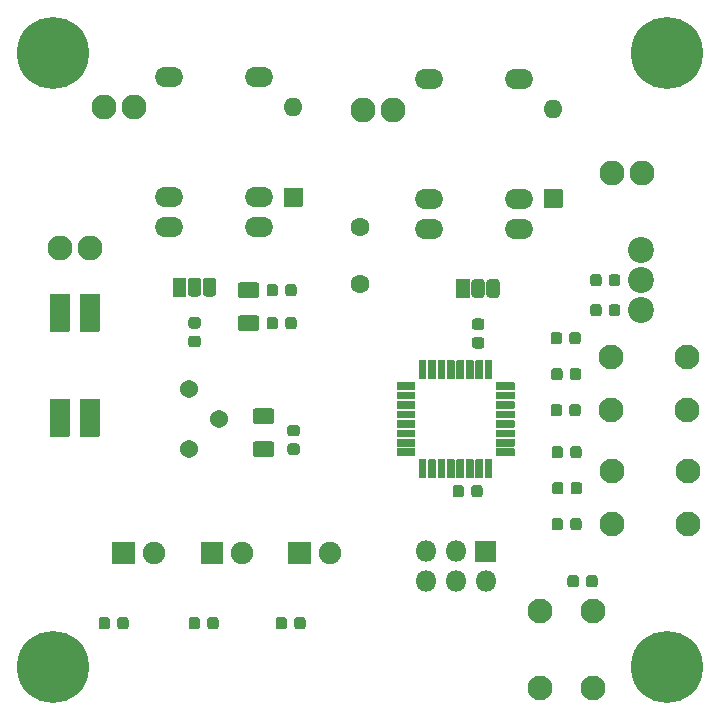
<source format=gbr>
%TF.GenerationSoftware,KiCad,Pcbnew,5.1.9-73d0e3b20d~88~ubuntu20.04.1*%
%TF.CreationDate,2021-03-10T21:47:20+01:00*%
%TF.ProjectId,arduBell,61726475-4265-46c6-9c2e-6b696361645f,rev?*%
%TF.SameCoordinates,Original*%
%TF.FileFunction,Soldermask,Top*%
%TF.FilePolarity,Negative*%
%FSLAX46Y46*%
G04 Gerber Fmt 4.6, Leading zero omitted, Abs format (unit mm)*
G04 Created by KiCad (PCBNEW 5.1.9-73d0e3b20d~88~ubuntu20.04.1) date 2021-03-10 21:47:20*
%MOMM*%
%LPD*%
G01*
G04 APERTURE LIST*
%ADD10C,0.900000*%
%ADD11C,6.100000*%
%ADD12O,1.800000X1.800000*%
%ADD13O,2.400000X1.700000*%
%ADD14C,1.900000*%
%ADD15C,2.120000*%
%ADD16C,1.540000*%
%ADD17C,1.600000*%
%ADD18C,2.100000*%
%ADD19O,1.600000X1.600000*%
%ADD20C,2.200000*%
G04 APERTURE END LIST*
D10*
%TO.C, *%
X124424990Y-68395010D03*
X122834000Y-67736000D03*
X121243010Y-68395010D03*
X120584000Y-69986000D03*
X121243010Y-71576990D03*
X122834000Y-72236000D03*
X124424990Y-71576990D03*
X125084000Y-69986000D03*
D11*
X122834000Y-69986000D03*
%TD*%
%TO.C, *%
X122834000Y-17986000D03*
D10*
X125084000Y-17986000D03*
X124424990Y-19576990D03*
X122834000Y-20236000D03*
X121243010Y-19576990D03*
X120584000Y-17986000D03*
X121243010Y-16395010D03*
X122834000Y-15736000D03*
X124424990Y-16395010D03*
%TD*%
D11*
%TO.C, *%
X70834000Y-17986000D03*
D10*
X73084000Y-17986000D03*
X72424990Y-19576990D03*
X70834000Y-20236000D03*
X69243010Y-19576990D03*
X68584000Y-17986000D03*
X69243010Y-16395010D03*
X70834000Y-15736000D03*
X72424990Y-16395010D03*
%TD*%
%TO.C, *%
X72424990Y-68395010D03*
X70834000Y-67736000D03*
X69243010Y-68395010D03*
X68584000Y-69986000D03*
X69243010Y-71576990D03*
X70834000Y-72236000D03*
X72424990Y-71576990D03*
X73084000Y-69986000D03*
D11*
X70834000Y-69986000D03*
%TD*%
%TO.C,Q1*%
G36*
G01*
X104964000Y-38707001D02*
X104964000Y-37207001D01*
G75*
G02*
X105014000Y-37157001I50000J0D01*
G01*
X106064000Y-37157001D01*
G75*
G02*
X106114000Y-37207001I0J-50000D01*
G01*
X106114000Y-38707001D01*
G75*
G02*
X106064000Y-38757001I-50000J0D01*
G01*
X105014000Y-38757001D01*
G75*
G02*
X104964000Y-38707001I0J50000D01*
G01*
G37*
G36*
G01*
X107504000Y-38469501D02*
X107504000Y-37444501D01*
G75*
G02*
X107791500Y-37157001I287500J0D01*
G01*
X108366500Y-37157001D01*
G75*
G02*
X108654000Y-37444501I0J-287500D01*
G01*
X108654000Y-38469501D01*
G75*
G02*
X108366500Y-38757001I-287500J0D01*
G01*
X107791500Y-38757001D01*
G75*
G02*
X107504000Y-38469501I0J287500D01*
G01*
G37*
G36*
G01*
X106234000Y-38469501D02*
X106234000Y-37444501D01*
G75*
G02*
X106521500Y-37157001I287500J0D01*
G01*
X107096500Y-37157001D01*
G75*
G02*
X107384000Y-37444501I0J-287500D01*
G01*
X107384000Y-38469501D01*
G75*
G02*
X107096500Y-38757001I-287500J0D01*
G01*
X106521500Y-38757001D01*
G75*
G02*
X106234000Y-38469501I0J287500D01*
G01*
G37*
%TD*%
%TO.C,R2*%
G36*
G01*
X117270000Y-36976750D02*
X117270000Y-37539250D01*
G75*
G02*
X117026250Y-37783000I-243750J0D01*
G01*
X116538750Y-37783000D01*
G75*
G02*
X116295000Y-37539250I0J243750D01*
G01*
X116295000Y-36976750D01*
G75*
G02*
X116538750Y-36733000I243750J0D01*
G01*
X117026250Y-36733000D01*
G75*
G02*
X117270000Y-36976750I0J-243750D01*
G01*
G37*
G36*
G01*
X118845000Y-36976750D02*
X118845000Y-37539250D01*
G75*
G02*
X118601250Y-37783000I-243750J0D01*
G01*
X118113750Y-37783000D01*
G75*
G02*
X117870000Y-37539250I0J243750D01*
G01*
X117870000Y-36976750D01*
G75*
G02*
X118113750Y-36733000I243750J0D01*
G01*
X118601250Y-36733000D01*
G75*
G02*
X118845000Y-36976750I0J-243750D01*
G01*
G37*
%TD*%
%TO.C,R11*%
G36*
G01*
X82522750Y-41956000D02*
X83085250Y-41956000D01*
G75*
G02*
X83329000Y-42199750I0J-243750D01*
G01*
X83329000Y-42687250D01*
G75*
G02*
X83085250Y-42931000I-243750J0D01*
G01*
X82522750Y-42931000D01*
G75*
G02*
X82279000Y-42687250I0J243750D01*
G01*
X82279000Y-42199750D01*
G75*
G02*
X82522750Y-41956000I243750J0D01*
G01*
G37*
G36*
G01*
X82522750Y-40381000D02*
X83085250Y-40381000D01*
G75*
G02*
X83329000Y-40624750I0J-243750D01*
G01*
X83329000Y-41112250D01*
G75*
G02*
X83085250Y-41356000I-243750J0D01*
G01*
X82522750Y-41356000D01*
G75*
G02*
X82279000Y-41112250I0J243750D01*
G01*
X82279000Y-40624750D01*
G75*
G02*
X82522750Y-40381000I243750J0D01*
G01*
G37*
%TD*%
D12*
%TO.C,J1*%
X102362000Y-62738000D03*
X102362000Y-60198000D03*
X104902000Y-62738000D03*
X104902000Y-60198000D03*
X107442000Y-62738000D03*
G36*
G01*
X106592000Y-59298000D02*
X108292000Y-59298000D01*
G75*
G02*
X108342000Y-59348000I0J-50000D01*
G01*
X108342000Y-61048000D01*
G75*
G02*
X108292000Y-61098000I-50000J0D01*
G01*
X106592000Y-61098000D01*
G75*
G02*
X106542000Y-61048000I0J50000D01*
G01*
X106542000Y-59348000D01*
G75*
G02*
X106592000Y-59298000I50000J0D01*
G01*
G37*
%TD*%
%TO.C,Q2*%
G36*
G01*
X80959000Y-38596000D02*
X80959000Y-37096000D01*
G75*
G02*
X81009000Y-37046000I50000J0D01*
G01*
X82059000Y-37046000D01*
G75*
G02*
X82109000Y-37096000I0J-50000D01*
G01*
X82109000Y-38596000D01*
G75*
G02*
X82059000Y-38646000I-50000J0D01*
G01*
X81009000Y-38646000D01*
G75*
G02*
X80959000Y-38596000I0J50000D01*
G01*
G37*
G36*
G01*
X83499000Y-38358500D02*
X83499000Y-37333500D01*
G75*
G02*
X83786500Y-37046000I287500J0D01*
G01*
X84361500Y-37046000D01*
G75*
G02*
X84649000Y-37333500I0J-287500D01*
G01*
X84649000Y-38358500D01*
G75*
G02*
X84361500Y-38646000I-287500J0D01*
G01*
X83786500Y-38646000D01*
G75*
G02*
X83499000Y-38358500I0J287500D01*
G01*
G37*
G36*
G01*
X82229000Y-38358500D02*
X82229000Y-37333500D01*
G75*
G02*
X82516500Y-37046000I287500J0D01*
G01*
X83091500Y-37046000D01*
G75*
G02*
X83379000Y-37333500I0J-287500D01*
G01*
X83379000Y-38358500D01*
G75*
G02*
X83091500Y-38646000I-287500J0D01*
G01*
X82516500Y-38646000D01*
G75*
G02*
X82229000Y-38358500I0J287500D01*
G01*
G37*
%TD*%
%TO.C,R1*%
G36*
G01*
X115950000Y-63019250D02*
X115950000Y-62456750D01*
G75*
G02*
X116193750Y-62213000I243750J0D01*
G01*
X116681250Y-62213000D01*
G75*
G02*
X116925000Y-62456750I0J-243750D01*
G01*
X116925000Y-63019250D01*
G75*
G02*
X116681250Y-63263000I-243750J0D01*
G01*
X116193750Y-63263000D01*
G75*
G02*
X115950000Y-63019250I0J243750D01*
G01*
G37*
G36*
G01*
X114375000Y-63019250D02*
X114375000Y-62456750D01*
G75*
G02*
X114618750Y-62213000I243750J0D01*
G01*
X115106250Y-62213000D01*
G75*
G02*
X115350000Y-62456750I0J-243750D01*
G01*
X115350000Y-63019250D01*
G75*
G02*
X115106250Y-63263000I-243750J0D01*
G01*
X114618750Y-63263000D01*
G75*
G02*
X114375000Y-63019250I0J243750D01*
G01*
G37*
%TD*%
D13*
%TO.C,RLY2*%
X80639001Y-32766000D03*
X88259001Y-32766000D03*
X80639001Y-30226000D03*
X80639001Y-20066000D03*
X88259001Y-30226000D03*
X88259001Y-20066000D03*
%TD*%
%TO.C,R8*%
G36*
G01*
X114639001Y-55145250D02*
X114639001Y-54582750D01*
G75*
G02*
X114882751Y-54339000I243750J0D01*
G01*
X115370251Y-54339000D01*
G75*
G02*
X115614001Y-54582750I0J-243750D01*
G01*
X115614001Y-55145250D01*
G75*
G02*
X115370251Y-55389000I-243750J0D01*
G01*
X114882751Y-55389000D01*
G75*
G02*
X114639001Y-55145250I0J243750D01*
G01*
G37*
G36*
G01*
X113064001Y-55145250D02*
X113064001Y-54582750D01*
G75*
G02*
X113307751Y-54339000I243750J0D01*
G01*
X113795251Y-54339000D01*
G75*
G02*
X114039001Y-54582750I0J-243750D01*
G01*
X114039001Y-55145250D01*
G75*
G02*
X113795251Y-55389000I-243750J0D01*
G01*
X113307751Y-55389000D01*
G75*
G02*
X113064001Y-55145250I0J243750D01*
G01*
G37*
%TD*%
D14*
%TO.C,D4*%
X86835001Y-60349001D03*
G36*
G01*
X83345001Y-61249001D02*
X83345001Y-59449001D01*
G75*
G02*
X83395001Y-59399001I50000J0D01*
G01*
X85195001Y-59399001D01*
G75*
G02*
X85245001Y-59449001I0J-50000D01*
G01*
X85245001Y-61249001D01*
G75*
G02*
X85195001Y-61299001I-50000J0D01*
G01*
X83395001Y-61299001D01*
G75*
G02*
X83345001Y-61249001I0J50000D01*
G01*
G37*
%TD*%
%TO.C,R10*%
G36*
G01*
X106527750Y-42067001D02*
X107090250Y-42067001D01*
G75*
G02*
X107334000Y-42310751I0J-243750D01*
G01*
X107334000Y-42798251D01*
G75*
G02*
X107090250Y-43042001I-243750J0D01*
G01*
X106527750Y-43042001D01*
G75*
G02*
X106284000Y-42798251I0J243750D01*
G01*
X106284000Y-42310751D01*
G75*
G02*
X106527750Y-42067001I243750J0D01*
G01*
G37*
G36*
G01*
X106527750Y-40492001D02*
X107090250Y-40492001D01*
G75*
G02*
X107334000Y-40735751I0J-243750D01*
G01*
X107334000Y-41223251D01*
G75*
G02*
X107090250Y-41467001I-243750J0D01*
G01*
X106527750Y-41467001D01*
G75*
G02*
X106284000Y-41223251I0J243750D01*
G01*
X106284000Y-40735751D01*
G75*
G02*
X106527750Y-40492001I243750J0D01*
G01*
G37*
%TD*%
%TO.C,R9*%
G36*
G01*
X114566000Y-45494249D02*
X114566000Y-44931749D01*
G75*
G02*
X114809750Y-44687999I243750J0D01*
G01*
X115297250Y-44687999D01*
G75*
G02*
X115541000Y-44931749I0J-243750D01*
G01*
X115541000Y-45494249D01*
G75*
G02*
X115297250Y-45737999I-243750J0D01*
G01*
X114809750Y-45737999D01*
G75*
G02*
X114566000Y-45494249I0J243750D01*
G01*
G37*
G36*
G01*
X112991000Y-45494249D02*
X112991000Y-44931749D01*
G75*
G02*
X113234750Y-44687999I243750J0D01*
G01*
X113722250Y-44687999D01*
G75*
G02*
X113966000Y-44931749I0J-243750D01*
G01*
X113966000Y-45494249D01*
G75*
G02*
X113722250Y-45737999I-243750J0D01*
G01*
X113234750Y-45737999D01*
G75*
G02*
X112991000Y-45494249I0J243750D01*
G01*
G37*
%TD*%
%TO.C,R13*%
G36*
G01*
X114526999Y-48542249D02*
X114526999Y-47979749D01*
G75*
G02*
X114770749Y-47735999I243750J0D01*
G01*
X115258249Y-47735999D01*
G75*
G02*
X115501999Y-47979749I0J-243750D01*
G01*
X115501999Y-48542249D01*
G75*
G02*
X115258249Y-48785999I-243750J0D01*
G01*
X114770749Y-48785999D01*
G75*
G02*
X114526999Y-48542249I0J243750D01*
G01*
G37*
G36*
G01*
X112951999Y-48542249D02*
X112951999Y-47979749D01*
G75*
G02*
X113195749Y-47735999I243750J0D01*
G01*
X113683249Y-47735999D01*
G75*
G02*
X113926999Y-47979749I0J-243750D01*
G01*
X113926999Y-48542249D01*
G75*
G02*
X113683249Y-48785999I-243750J0D01*
G01*
X113195749Y-48785999D01*
G75*
G02*
X112951999Y-48542249I0J243750D01*
G01*
G37*
%TD*%
%TO.C,R5*%
G36*
G01*
X75646000Y-66012750D02*
X75646000Y-66575250D01*
G75*
G02*
X75402250Y-66819000I-243750J0D01*
G01*
X74914750Y-66819000D01*
G75*
G02*
X74671000Y-66575250I0J243750D01*
G01*
X74671000Y-66012750D01*
G75*
G02*
X74914750Y-65769000I243750J0D01*
G01*
X75402250Y-65769000D01*
G75*
G02*
X75646000Y-66012750I0J-243750D01*
G01*
G37*
G36*
G01*
X77221000Y-66012750D02*
X77221000Y-66575250D01*
G75*
G02*
X76977250Y-66819000I-243750J0D01*
G01*
X76489750Y-66819000D01*
G75*
G02*
X76246000Y-66575250I0J243750D01*
G01*
X76246000Y-66012750D01*
G75*
G02*
X76489750Y-65769000I243750J0D01*
G01*
X76977250Y-65769000D01*
G75*
G02*
X77221000Y-66012750I0J-243750D01*
G01*
G37*
%TD*%
D15*
%TO.C,J4*%
X71374000Y-34544000D03*
X73914000Y-34544000D03*
%TD*%
%TO.C,J3*%
X120650000Y-28194000D03*
X118110000Y-28194000D03*
%TD*%
%TO.C,U1*%
G36*
G01*
X108352000Y-45897000D02*
X109852000Y-45897000D01*
G75*
G02*
X109902000Y-45947000I0J-50000D01*
G01*
X109902000Y-46497000D01*
G75*
G02*
X109852000Y-46547000I-50000J0D01*
G01*
X108352000Y-46547000D01*
G75*
G02*
X108302000Y-46497000I0J50000D01*
G01*
X108302000Y-45947000D01*
G75*
G02*
X108352000Y-45897000I50000J0D01*
G01*
G37*
G36*
G01*
X108352000Y-46697000D02*
X109852000Y-46697000D01*
G75*
G02*
X109902000Y-46747000I0J-50000D01*
G01*
X109902000Y-47297000D01*
G75*
G02*
X109852000Y-47347000I-50000J0D01*
G01*
X108352000Y-47347000D01*
G75*
G02*
X108302000Y-47297000I0J50000D01*
G01*
X108302000Y-46747000D01*
G75*
G02*
X108352000Y-46697000I50000J0D01*
G01*
G37*
G36*
G01*
X108352000Y-47497000D02*
X109852000Y-47497000D01*
G75*
G02*
X109902000Y-47547000I0J-50000D01*
G01*
X109902000Y-48097000D01*
G75*
G02*
X109852000Y-48147000I-50000J0D01*
G01*
X108352000Y-48147000D01*
G75*
G02*
X108302000Y-48097000I0J50000D01*
G01*
X108302000Y-47547000D01*
G75*
G02*
X108352000Y-47497000I50000J0D01*
G01*
G37*
G36*
G01*
X108352000Y-48297000D02*
X109852000Y-48297000D01*
G75*
G02*
X109902000Y-48347000I0J-50000D01*
G01*
X109902000Y-48897000D01*
G75*
G02*
X109852000Y-48947000I-50000J0D01*
G01*
X108352000Y-48947000D01*
G75*
G02*
X108302000Y-48897000I0J50000D01*
G01*
X108302000Y-48347000D01*
G75*
G02*
X108352000Y-48297000I50000J0D01*
G01*
G37*
G36*
G01*
X108352000Y-49097000D02*
X109852000Y-49097000D01*
G75*
G02*
X109902000Y-49147000I0J-50000D01*
G01*
X109902000Y-49697000D01*
G75*
G02*
X109852000Y-49747000I-50000J0D01*
G01*
X108352000Y-49747000D01*
G75*
G02*
X108302000Y-49697000I0J50000D01*
G01*
X108302000Y-49147000D01*
G75*
G02*
X108352000Y-49097000I50000J0D01*
G01*
G37*
G36*
G01*
X108352000Y-49897000D02*
X109852000Y-49897000D01*
G75*
G02*
X109902000Y-49947000I0J-50000D01*
G01*
X109902000Y-50497000D01*
G75*
G02*
X109852000Y-50547000I-50000J0D01*
G01*
X108352000Y-50547000D01*
G75*
G02*
X108302000Y-50497000I0J50000D01*
G01*
X108302000Y-49947000D01*
G75*
G02*
X108352000Y-49897000I50000J0D01*
G01*
G37*
G36*
G01*
X108352000Y-50697000D02*
X109852000Y-50697000D01*
G75*
G02*
X109902000Y-50747000I0J-50000D01*
G01*
X109902000Y-51297000D01*
G75*
G02*
X109852000Y-51347000I-50000J0D01*
G01*
X108352000Y-51347000D01*
G75*
G02*
X108302000Y-51297000I0J50000D01*
G01*
X108302000Y-50747000D01*
G75*
G02*
X108352000Y-50697000I50000J0D01*
G01*
G37*
G36*
G01*
X108352000Y-51497000D02*
X109852000Y-51497000D01*
G75*
G02*
X109902000Y-51547000I0J-50000D01*
G01*
X109902000Y-52097000D01*
G75*
G02*
X109852000Y-52147000I-50000J0D01*
G01*
X108352000Y-52147000D01*
G75*
G02*
X108302000Y-52097000I0J50000D01*
G01*
X108302000Y-51547000D01*
G75*
G02*
X108352000Y-51497000I50000J0D01*
G01*
G37*
G36*
G01*
X107427000Y-52422000D02*
X107977000Y-52422000D01*
G75*
G02*
X108027000Y-52472000I0J-50000D01*
G01*
X108027000Y-53972000D01*
G75*
G02*
X107977000Y-54022000I-50000J0D01*
G01*
X107427000Y-54022000D01*
G75*
G02*
X107377000Y-53972000I0J50000D01*
G01*
X107377000Y-52472000D01*
G75*
G02*
X107427000Y-52422000I50000J0D01*
G01*
G37*
G36*
G01*
X106627000Y-52422000D02*
X107177000Y-52422000D01*
G75*
G02*
X107227000Y-52472000I0J-50000D01*
G01*
X107227000Y-53972000D01*
G75*
G02*
X107177000Y-54022000I-50000J0D01*
G01*
X106627000Y-54022000D01*
G75*
G02*
X106577000Y-53972000I0J50000D01*
G01*
X106577000Y-52472000D01*
G75*
G02*
X106627000Y-52422000I50000J0D01*
G01*
G37*
G36*
G01*
X105827000Y-52422000D02*
X106377000Y-52422000D01*
G75*
G02*
X106427000Y-52472000I0J-50000D01*
G01*
X106427000Y-53972000D01*
G75*
G02*
X106377000Y-54022000I-50000J0D01*
G01*
X105827000Y-54022000D01*
G75*
G02*
X105777000Y-53972000I0J50000D01*
G01*
X105777000Y-52472000D01*
G75*
G02*
X105827000Y-52422000I50000J0D01*
G01*
G37*
G36*
G01*
X105027000Y-52422000D02*
X105577000Y-52422000D01*
G75*
G02*
X105627000Y-52472000I0J-50000D01*
G01*
X105627000Y-53972000D01*
G75*
G02*
X105577000Y-54022000I-50000J0D01*
G01*
X105027000Y-54022000D01*
G75*
G02*
X104977000Y-53972000I0J50000D01*
G01*
X104977000Y-52472000D01*
G75*
G02*
X105027000Y-52422000I50000J0D01*
G01*
G37*
G36*
G01*
X104227000Y-52422000D02*
X104777000Y-52422000D01*
G75*
G02*
X104827000Y-52472000I0J-50000D01*
G01*
X104827000Y-53972000D01*
G75*
G02*
X104777000Y-54022000I-50000J0D01*
G01*
X104227000Y-54022000D01*
G75*
G02*
X104177000Y-53972000I0J50000D01*
G01*
X104177000Y-52472000D01*
G75*
G02*
X104227000Y-52422000I50000J0D01*
G01*
G37*
G36*
G01*
X103427000Y-52422000D02*
X103977000Y-52422000D01*
G75*
G02*
X104027000Y-52472000I0J-50000D01*
G01*
X104027000Y-53972000D01*
G75*
G02*
X103977000Y-54022000I-50000J0D01*
G01*
X103427000Y-54022000D01*
G75*
G02*
X103377000Y-53972000I0J50000D01*
G01*
X103377000Y-52472000D01*
G75*
G02*
X103427000Y-52422000I50000J0D01*
G01*
G37*
G36*
G01*
X102627000Y-52422000D02*
X103177000Y-52422000D01*
G75*
G02*
X103227000Y-52472000I0J-50000D01*
G01*
X103227000Y-53972000D01*
G75*
G02*
X103177000Y-54022000I-50000J0D01*
G01*
X102627000Y-54022000D01*
G75*
G02*
X102577000Y-53972000I0J50000D01*
G01*
X102577000Y-52472000D01*
G75*
G02*
X102627000Y-52422000I50000J0D01*
G01*
G37*
G36*
G01*
X101827000Y-52422000D02*
X102377000Y-52422000D01*
G75*
G02*
X102427000Y-52472000I0J-50000D01*
G01*
X102427000Y-53972000D01*
G75*
G02*
X102377000Y-54022000I-50000J0D01*
G01*
X101827000Y-54022000D01*
G75*
G02*
X101777000Y-53972000I0J50000D01*
G01*
X101777000Y-52472000D01*
G75*
G02*
X101827000Y-52422000I50000J0D01*
G01*
G37*
G36*
G01*
X99952000Y-51497000D02*
X101452000Y-51497000D01*
G75*
G02*
X101502000Y-51547000I0J-50000D01*
G01*
X101502000Y-52097000D01*
G75*
G02*
X101452000Y-52147000I-50000J0D01*
G01*
X99952000Y-52147000D01*
G75*
G02*
X99902000Y-52097000I0J50000D01*
G01*
X99902000Y-51547000D01*
G75*
G02*
X99952000Y-51497000I50000J0D01*
G01*
G37*
G36*
G01*
X99952000Y-50697000D02*
X101452000Y-50697000D01*
G75*
G02*
X101502000Y-50747000I0J-50000D01*
G01*
X101502000Y-51297000D01*
G75*
G02*
X101452000Y-51347000I-50000J0D01*
G01*
X99952000Y-51347000D01*
G75*
G02*
X99902000Y-51297000I0J50000D01*
G01*
X99902000Y-50747000D01*
G75*
G02*
X99952000Y-50697000I50000J0D01*
G01*
G37*
G36*
G01*
X99952000Y-49897000D02*
X101452000Y-49897000D01*
G75*
G02*
X101502000Y-49947000I0J-50000D01*
G01*
X101502000Y-50497000D01*
G75*
G02*
X101452000Y-50547000I-50000J0D01*
G01*
X99952000Y-50547000D01*
G75*
G02*
X99902000Y-50497000I0J50000D01*
G01*
X99902000Y-49947000D01*
G75*
G02*
X99952000Y-49897000I50000J0D01*
G01*
G37*
G36*
G01*
X99952000Y-49097000D02*
X101452000Y-49097000D01*
G75*
G02*
X101502000Y-49147000I0J-50000D01*
G01*
X101502000Y-49697000D01*
G75*
G02*
X101452000Y-49747000I-50000J0D01*
G01*
X99952000Y-49747000D01*
G75*
G02*
X99902000Y-49697000I0J50000D01*
G01*
X99902000Y-49147000D01*
G75*
G02*
X99952000Y-49097000I50000J0D01*
G01*
G37*
G36*
G01*
X99952000Y-48297000D02*
X101452000Y-48297000D01*
G75*
G02*
X101502000Y-48347000I0J-50000D01*
G01*
X101502000Y-48897000D01*
G75*
G02*
X101452000Y-48947000I-50000J0D01*
G01*
X99952000Y-48947000D01*
G75*
G02*
X99902000Y-48897000I0J50000D01*
G01*
X99902000Y-48347000D01*
G75*
G02*
X99952000Y-48297000I50000J0D01*
G01*
G37*
G36*
G01*
X99952000Y-47497000D02*
X101452000Y-47497000D01*
G75*
G02*
X101502000Y-47547000I0J-50000D01*
G01*
X101502000Y-48097000D01*
G75*
G02*
X101452000Y-48147000I-50000J0D01*
G01*
X99952000Y-48147000D01*
G75*
G02*
X99902000Y-48097000I0J50000D01*
G01*
X99902000Y-47547000D01*
G75*
G02*
X99952000Y-47497000I50000J0D01*
G01*
G37*
G36*
G01*
X99952000Y-46697000D02*
X101452000Y-46697000D01*
G75*
G02*
X101502000Y-46747000I0J-50000D01*
G01*
X101502000Y-47297000D01*
G75*
G02*
X101452000Y-47347000I-50000J0D01*
G01*
X99952000Y-47347000D01*
G75*
G02*
X99902000Y-47297000I0J50000D01*
G01*
X99902000Y-46747000D01*
G75*
G02*
X99952000Y-46697000I50000J0D01*
G01*
G37*
G36*
G01*
X101827000Y-44022000D02*
X102377000Y-44022000D01*
G75*
G02*
X102427000Y-44072000I0J-50000D01*
G01*
X102427000Y-45572000D01*
G75*
G02*
X102377000Y-45622000I-50000J0D01*
G01*
X101827000Y-45622000D01*
G75*
G02*
X101777000Y-45572000I0J50000D01*
G01*
X101777000Y-44072000D01*
G75*
G02*
X101827000Y-44022000I50000J0D01*
G01*
G37*
G36*
G01*
X102627000Y-44022000D02*
X103177000Y-44022000D01*
G75*
G02*
X103227000Y-44072000I0J-50000D01*
G01*
X103227000Y-45572000D01*
G75*
G02*
X103177000Y-45622000I-50000J0D01*
G01*
X102627000Y-45622000D01*
G75*
G02*
X102577000Y-45572000I0J50000D01*
G01*
X102577000Y-44072000D01*
G75*
G02*
X102627000Y-44022000I50000J0D01*
G01*
G37*
G36*
G01*
X103427000Y-44022000D02*
X103977000Y-44022000D01*
G75*
G02*
X104027000Y-44072000I0J-50000D01*
G01*
X104027000Y-45572000D01*
G75*
G02*
X103977000Y-45622000I-50000J0D01*
G01*
X103427000Y-45622000D01*
G75*
G02*
X103377000Y-45572000I0J50000D01*
G01*
X103377000Y-44072000D01*
G75*
G02*
X103427000Y-44022000I50000J0D01*
G01*
G37*
G36*
G01*
X104227000Y-44022000D02*
X104777000Y-44022000D01*
G75*
G02*
X104827000Y-44072000I0J-50000D01*
G01*
X104827000Y-45572000D01*
G75*
G02*
X104777000Y-45622000I-50000J0D01*
G01*
X104227000Y-45622000D01*
G75*
G02*
X104177000Y-45572000I0J50000D01*
G01*
X104177000Y-44072000D01*
G75*
G02*
X104227000Y-44022000I50000J0D01*
G01*
G37*
G36*
G01*
X105027000Y-44022000D02*
X105577000Y-44022000D01*
G75*
G02*
X105627000Y-44072000I0J-50000D01*
G01*
X105627000Y-45572000D01*
G75*
G02*
X105577000Y-45622000I-50000J0D01*
G01*
X105027000Y-45622000D01*
G75*
G02*
X104977000Y-45572000I0J50000D01*
G01*
X104977000Y-44072000D01*
G75*
G02*
X105027000Y-44022000I50000J0D01*
G01*
G37*
G36*
G01*
X105827000Y-44022000D02*
X106377000Y-44022000D01*
G75*
G02*
X106427000Y-44072000I0J-50000D01*
G01*
X106427000Y-45572000D01*
G75*
G02*
X106377000Y-45622000I-50000J0D01*
G01*
X105827000Y-45622000D01*
G75*
G02*
X105777000Y-45572000I0J50000D01*
G01*
X105777000Y-44072000D01*
G75*
G02*
X105827000Y-44022000I50000J0D01*
G01*
G37*
G36*
G01*
X106627000Y-44022000D02*
X107177000Y-44022000D01*
G75*
G02*
X107227000Y-44072000I0J-50000D01*
G01*
X107227000Y-45572000D01*
G75*
G02*
X107177000Y-45622000I-50000J0D01*
G01*
X106627000Y-45622000D01*
G75*
G02*
X106577000Y-45572000I0J50000D01*
G01*
X106577000Y-44072000D01*
G75*
G02*
X106627000Y-44022000I50000J0D01*
G01*
G37*
G36*
G01*
X107427000Y-44022000D02*
X107977000Y-44022000D01*
G75*
G02*
X108027000Y-44072000I0J-50000D01*
G01*
X108027000Y-45572000D01*
G75*
G02*
X107977000Y-45622000I-50000J0D01*
G01*
X107427000Y-45622000D01*
G75*
G02*
X107377000Y-45572000I0J50000D01*
G01*
X107377000Y-44072000D01*
G75*
G02*
X107427000Y-44022000I50000J0D01*
G01*
G37*
G36*
G01*
X99952000Y-45897000D02*
X101452000Y-45897000D01*
G75*
G02*
X101502000Y-45947000I0J-50000D01*
G01*
X101502000Y-46497000D01*
G75*
G02*
X101452000Y-46547000I-50000J0D01*
G01*
X99952000Y-46547000D01*
G75*
G02*
X99902000Y-46497000I0J50000D01*
G01*
X99902000Y-45947000D01*
G75*
G02*
X99952000Y-45897000I50000J0D01*
G01*
G37*
%TD*%
D14*
%TO.C,D3*%
X79335001Y-60349001D03*
G36*
G01*
X75845001Y-61249001D02*
X75845001Y-59449001D01*
G75*
G02*
X75895001Y-59399001I50000J0D01*
G01*
X77695001Y-59399001D01*
G75*
G02*
X77745001Y-59449001I0J-50000D01*
G01*
X77745001Y-61249001D01*
G75*
G02*
X77695001Y-61299001I-50000J0D01*
G01*
X75895001Y-61299001D01*
G75*
G02*
X75845001Y-61249001I0J50000D01*
G01*
G37*
%TD*%
%TO.C,C2*%
G36*
G01*
X89870000Y-40612750D02*
X89870000Y-41175250D01*
G75*
G02*
X89626250Y-41419000I-243750J0D01*
G01*
X89138750Y-41419000D01*
G75*
G02*
X88895000Y-41175250I0J243750D01*
G01*
X88895000Y-40612750D01*
G75*
G02*
X89138750Y-40369000I243750J0D01*
G01*
X89626250Y-40369000D01*
G75*
G02*
X89870000Y-40612750I0J-243750D01*
G01*
G37*
G36*
G01*
X91445000Y-40612750D02*
X91445000Y-41175250D01*
G75*
G02*
X91201250Y-41419000I-243750J0D01*
G01*
X90713750Y-41419000D01*
G75*
G02*
X90470000Y-41175250I0J243750D01*
G01*
X90470000Y-40612750D01*
G75*
G02*
X90713750Y-40369000I243750J0D01*
G01*
X91201250Y-40369000D01*
G75*
G02*
X91445000Y-40612750I0J-243750D01*
G01*
G37*
%TD*%
%TO.C,R6*%
G36*
G01*
X83266000Y-66012750D02*
X83266000Y-66575250D01*
G75*
G02*
X83022250Y-66819000I-243750J0D01*
G01*
X82534750Y-66819000D01*
G75*
G02*
X82291000Y-66575250I0J243750D01*
G01*
X82291000Y-66012750D01*
G75*
G02*
X82534750Y-65769000I243750J0D01*
G01*
X83022250Y-65769000D01*
G75*
G02*
X83266000Y-66012750I0J-243750D01*
G01*
G37*
G36*
G01*
X84841000Y-66012750D02*
X84841000Y-66575250D01*
G75*
G02*
X84597250Y-66819000I-243750J0D01*
G01*
X84109750Y-66819000D01*
G75*
G02*
X83866000Y-66575250I0J243750D01*
G01*
X83866000Y-66012750D01*
G75*
G02*
X84109750Y-65769000I243750J0D01*
G01*
X84597250Y-65769000D01*
G75*
G02*
X84841000Y-66012750I0J-243750D01*
G01*
G37*
%TD*%
D16*
%TO.C,R4*%
X82296000Y-51562000D03*
X84836000Y-49022000D03*
X82296000Y-46482000D03*
%TD*%
D17*
%TO.C,Y1*%
X96774000Y-32712000D03*
X96774000Y-37592000D03*
%TD*%
%TO.C,C8*%
G36*
G01*
X114526999Y-42446249D02*
X114526999Y-41883749D01*
G75*
G02*
X114770749Y-41639999I243750J0D01*
G01*
X115258249Y-41639999D01*
G75*
G02*
X115501999Y-41883749I0J-243750D01*
G01*
X115501999Y-42446249D01*
G75*
G02*
X115258249Y-42689999I-243750J0D01*
G01*
X114770749Y-42689999D01*
G75*
G02*
X114526999Y-42446249I0J243750D01*
G01*
G37*
G36*
G01*
X112951999Y-42446249D02*
X112951999Y-41883749D01*
G75*
G02*
X113195749Y-41639999I243750J0D01*
G01*
X113683249Y-41639999D01*
G75*
G02*
X113926999Y-41883749I0J-243750D01*
G01*
X113926999Y-42446249D01*
G75*
G02*
X113683249Y-42689999I-243750J0D01*
G01*
X113195749Y-42689999D01*
G75*
G02*
X112951999Y-42446249I0J243750D01*
G01*
G37*
%TD*%
%TO.C,C5*%
G36*
G01*
X90904750Y-51074500D02*
X91467250Y-51074500D01*
G75*
G02*
X91711000Y-51318250I0J-243750D01*
G01*
X91711000Y-51805750D01*
G75*
G02*
X91467250Y-52049500I-243750J0D01*
G01*
X90904750Y-52049500D01*
G75*
G02*
X90661000Y-51805750I0J243750D01*
G01*
X90661000Y-51318250D01*
G75*
G02*
X90904750Y-51074500I243750J0D01*
G01*
G37*
G36*
G01*
X90904750Y-49499500D02*
X91467250Y-49499500D01*
G75*
G02*
X91711000Y-49743250I0J-243750D01*
G01*
X91711000Y-50230750D01*
G75*
G02*
X91467250Y-50474500I-243750J0D01*
G01*
X90904750Y-50474500D01*
G75*
G02*
X90661000Y-50230750I0J243750D01*
G01*
X90661000Y-49743250D01*
G75*
G02*
X90904750Y-49499500I243750J0D01*
G01*
G37*
%TD*%
%TO.C,U2*%
G36*
G01*
X73114000Y-47295000D02*
X74714000Y-47295000D01*
G75*
G02*
X74764000Y-47345000I0J-50000D01*
G01*
X74764000Y-50445000D01*
G75*
G02*
X74714000Y-50495000I-50000J0D01*
G01*
X73114000Y-50495000D01*
G75*
G02*
X73064000Y-50445000I0J50000D01*
G01*
X73064000Y-47345000D01*
G75*
G02*
X73114000Y-47295000I50000J0D01*
G01*
G37*
G36*
G01*
X70574000Y-38405000D02*
X72174000Y-38405000D01*
G75*
G02*
X72224000Y-38455000I0J-50000D01*
G01*
X72224000Y-41555000D01*
G75*
G02*
X72174000Y-41605000I-50000J0D01*
G01*
X70574000Y-41605000D01*
G75*
G02*
X70524000Y-41555000I0J50000D01*
G01*
X70524000Y-38455000D01*
G75*
G02*
X70574000Y-38405000I50000J0D01*
G01*
G37*
G36*
G01*
X70574000Y-47295000D02*
X72174000Y-47295000D01*
G75*
G02*
X72224000Y-47345000I0J-50000D01*
G01*
X72224000Y-50445000D01*
G75*
G02*
X72174000Y-50495000I-50000J0D01*
G01*
X70574000Y-50495000D01*
G75*
G02*
X70524000Y-50445000I0J50000D01*
G01*
X70524000Y-47345000D01*
G75*
G02*
X70574000Y-47295000I50000J0D01*
G01*
G37*
G36*
G01*
X73114000Y-38405000D02*
X74714000Y-38405000D01*
G75*
G02*
X74764000Y-38455000I0J-50000D01*
G01*
X74764000Y-41555000D01*
G75*
G02*
X74714000Y-41605000I-50000J0D01*
G01*
X73114000Y-41605000D01*
G75*
G02*
X73064000Y-41555000I0J50000D01*
G01*
X73064000Y-38455000D01*
G75*
G02*
X73114000Y-38405000I50000J0D01*
G01*
G37*
%TD*%
D15*
%TO.C,J5*%
X99568000Y-22860000D03*
X97028000Y-22860000D03*
%TD*%
%TO.C,C4*%
G36*
G01*
X88031000Y-38775000D02*
X86721000Y-38775000D01*
G75*
G02*
X86451000Y-38505000I0J270000D01*
G01*
X86451000Y-37695000D01*
G75*
G02*
X86721000Y-37425000I270000J0D01*
G01*
X88031000Y-37425000D01*
G75*
G02*
X88301000Y-37695000I0J-270000D01*
G01*
X88301000Y-38505000D01*
G75*
G02*
X88031000Y-38775000I-270000J0D01*
G01*
G37*
G36*
G01*
X88031000Y-41575000D02*
X86721000Y-41575000D01*
G75*
G02*
X86451000Y-41305000I0J270000D01*
G01*
X86451000Y-40495000D01*
G75*
G02*
X86721000Y-40225000I270000J0D01*
G01*
X88031000Y-40225000D01*
G75*
G02*
X88301000Y-40495000I0J-270000D01*
G01*
X88301000Y-41305000D01*
G75*
G02*
X88031000Y-41575000I-270000J0D01*
G01*
G37*
%TD*%
D18*
%TO.C,SW1*%
X118110000Y-57912000D03*
X118110000Y-53412000D03*
X124610000Y-57912000D03*
X124610000Y-53412000D03*
%TD*%
%TO.C,C1*%
G36*
G01*
X106218000Y-55399250D02*
X106218000Y-54836750D01*
G75*
G02*
X106461750Y-54593000I243750J0D01*
G01*
X106949250Y-54593000D01*
G75*
G02*
X107193000Y-54836750I0J-243750D01*
G01*
X107193000Y-55399250D01*
G75*
G02*
X106949250Y-55643000I-243750J0D01*
G01*
X106461750Y-55643000D01*
G75*
G02*
X106218000Y-55399250I0J243750D01*
G01*
G37*
G36*
G01*
X104643000Y-55399250D02*
X104643000Y-54836750D01*
G75*
G02*
X104886750Y-54593000I243750J0D01*
G01*
X105374250Y-54593000D01*
G75*
G02*
X105618000Y-54836750I0J-243750D01*
G01*
X105618000Y-55399250D01*
G75*
G02*
X105374250Y-55643000I-243750J0D01*
G01*
X104886750Y-55643000D01*
G75*
G02*
X104643000Y-55399250I0J243750D01*
G01*
G37*
%TD*%
D15*
%TO.C,J6*%
X77692000Y-22606000D03*
X75152000Y-22606000D03*
%TD*%
D14*
%TO.C,D5*%
X94234000Y-60349001D03*
G36*
G01*
X90744000Y-61249001D02*
X90744000Y-59449001D01*
G75*
G02*
X90794000Y-59399001I50000J0D01*
G01*
X92594000Y-59399001D01*
G75*
G02*
X92644000Y-59449001I0J-50000D01*
G01*
X92644000Y-61249001D01*
G75*
G02*
X92594000Y-61299001I-50000J0D01*
G01*
X90794000Y-61299001D01*
G75*
G02*
X90744000Y-61249001I0J50000D01*
G01*
G37*
%TD*%
D19*
%TO.C,D1*%
X91154000Y-22606000D03*
G36*
G01*
X91904000Y-31026000D02*
X90404000Y-31026000D01*
G75*
G02*
X90354000Y-30976000I0J50000D01*
G01*
X90354000Y-29476000D01*
G75*
G02*
X90404000Y-29426000I50000J0D01*
G01*
X91904000Y-29426000D01*
G75*
G02*
X91954000Y-29476000I0J-50000D01*
G01*
X91954000Y-30976000D01*
G75*
G02*
X91904000Y-31026000I-50000J0D01*
G01*
G37*
%TD*%
%TO.C,R7*%
G36*
G01*
X90632000Y-66012750D02*
X90632000Y-66575250D01*
G75*
G02*
X90388250Y-66819000I-243750J0D01*
G01*
X89900750Y-66819000D01*
G75*
G02*
X89657000Y-66575250I0J243750D01*
G01*
X89657000Y-66012750D01*
G75*
G02*
X89900750Y-65769000I243750J0D01*
G01*
X90388250Y-65769000D01*
G75*
G02*
X90632000Y-66012750I0J-243750D01*
G01*
G37*
G36*
G01*
X92207000Y-66012750D02*
X92207000Y-66575250D01*
G75*
G02*
X91963250Y-66819000I-243750J0D01*
G01*
X91475750Y-66819000D01*
G75*
G02*
X91232000Y-66575250I0J243750D01*
G01*
X91232000Y-66012750D01*
G75*
G02*
X91475750Y-65769000I243750J0D01*
G01*
X91963250Y-65769000D01*
G75*
G02*
X92207000Y-66012750I0J-243750D01*
G01*
G37*
%TD*%
%TO.C,R12*%
G36*
G01*
X114600000Y-58193250D02*
X114600000Y-57630750D01*
G75*
G02*
X114843750Y-57387000I243750J0D01*
G01*
X115331250Y-57387000D01*
G75*
G02*
X115575000Y-57630750I0J-243750D01*
G01*
X115575000Y-58193250D01*
G75*
G02*
X115331250Y-58437000I-243750J0D01*
G01*
X114843750Y-58437000D01*
G75*
G02*
X114600000Y-58193250I0J243750D01*
G01*
G37*
G36*
G01*
X113025000Y-58193250D02*
X113025000Y-57630750D01*
G75*
G02*
X113268750Y-57387000I243750J0D01*
G01*
X113756250Y-57387000D01*
G75*
G02*
X114000000Y-57630750I0J-243750D01*
G01*
X114000000Y-58193250D01*
G75*
G02*
X113756250Y-58437000I-243750J0D01*
G01*
X113268750Y-58437000D01*
G75*
G02*
X113025000Y-58193250I0J243750D01*
G01*
G37*
%TD*%
D20*
%TO.C,J2*%
X120618000Y-34718000D03*
X120618000Y-37258000D03*
X120618000Y-39798000D03*
%TD*%
D19*
%TO.C,D2*%
X113159000Y-22717001D03*
G36*
G01*
X113909000Y-31137001D02*
X112409000Y-31137001D01*
G75*
G02*
X112359000Y-31087001I0J50000D01*
G01*
X112359000Y-29587001D01*
G75*
G02*
X112409000Y-29537001I50000J0D01*
G01*
X113909000Y-29537001D01*
G75*
G02*
X113959000Y-29587001I0J-50000D01*
G01*
X113959000Y-31087001D01*
G75*
G02*
X113909000Y-31137001I-50000J0D01*
G01*
G37*
%TD*%
%TO.C,C7*%
G36*
G01*
X114600000Y-52097250D02*
X114600000Y-51534750D01*
G75*
G02*
X114843750Y-51291000I243750J0D01*
G01*
X115331250Y-51291000D01*
G75*
G02*
X115575000Y-51534750I0J-243750D01*
G01*
X115575000Y-52097250D01*
G75*
G02*
X115331250Y-52341000I-243750J0D01*
G01*
X114843750Y-52341000D01*
G75*
G02*
X114600000Y-52097250I0J243750D01*
G01*
G37*
G36*
G01*
X113025000Y-52097250D02*
X113025000Y-51534750D01*
G75*
G02*
X113268750Y-51291000I243750J0D01*
G01*
X113756250Y-51291000D01*
G75*
G02*
X114000000Y-51534750I0J-243750D01*
G01*
X114000000Y-52097250D01*
G75*
G02*
X113756250Y-52341000I-243750J0D01*
G01*
X113268750Y-52341000D01*
G75*
G02*
X113025000Y-52097250I0J243750D01*
G01*
G37*
%TD*%
D18*
%TO.C,SW2*%
X118036999Y-48260999D03*
X118036999Y-43760999D03*
X124536999Y-48260999D03*
X124536999Y-43760999D03*
%TD*%
%TO.C,C6*%
G36*
G01*
X89301000Y-49437000D02*
X87991000Y-49437000D01*
G75*
G02*
X87721000Y-49167000I0J270000D01*
G01*
X87721000Y-48357000D01*
G75*
G02*
X87991000Y-48087000I270000J0D01*
G01*
X89301000Y-48087000D01*
G75*
G02*
X89571000Y-48357000I0J-270000D01*
G01*
X89571000Y-49167000D01*
G75*
G02*
X89301000Y-49437000I-270000J0D01*
G01*
G37*
G36*
G01*
X89301000Y-52237000D02*
X87991000Y-52237000D01*
G75*
G02*
X87721000Y-51967000I0J270000D01*
G01*
X87721000Y-51157000D01*
G75*
G02*
X87991000Y-50887000I270000J0D01*
G01*
X89301000Y-50887000D01*
G75*
G02*
X89571000Y-51157000I0J-270000D01*
G01*
X89571000Y-51967000D01*
G75*
G02*
X89301000Y-52237000I-270000J0D01*
G01*
G37*
%TD*%
D13*
%TO.C,RLY1*%
X102644001Y-32877001D03*
X110264001Y-32877001D03*
X102644001Y-30337001D03*
X102644001Y-20177001D03*
X110264001Y-30337001D03*
X110264001Y-20177001D03*
%TD*%
D18*
%TO.C,S1*%
X112014000Y-65264000D03*
X116514000Y-65264000D03*
X112014000Y-71764000D03*
X116514000Y-71764000D03*
%TD*%
%TO.C,C3*%
G36*
G01*
X89870000Y-37818750D02*
X89870000Y-38381250D01*
G75*
G02*
X89626250Y-38625000I-243750J0D01*
G01*
X89138750Y-38625000D01*
G75*
G02*
X88895000Y-38381250I0J243750D01*
G01*
X88895000Y-37818750D01*
G75*
G02*
X89138750Y-37575000I243750J0D01*
G01*
X89626250Y-37575000D01*
G75*
G02*
X89870000Y-37818750I0J-243750D01*
G01*
G37*
G36*
G01*
X91445000Y-37818750D02*
X91445000Y-38381250D01*
G75*
G02*
X91201250Y-38625000I-243750J0D01*
G01*
X90713750Y-38625000D01*
G75*
G02*
X90470000Y-38381250I0J243750D01*
G01*
X90470000Y-37818750D01*
G75*
G02*
X90713750Y-37575000I243750J0D01*
G01*
X91201250Y-37575000D01*
G75*
G02*
X91445000Y-37818750I0J-243750D01*
G01*
G37*
%TD*%
%TO.C,R3*%
G36*
G01*
X117270000Y-39516750D02*
X117270000Y-40079250D01*
G75*
G02*
X117026250Y-40323000I-243750J0D01*
G01*
X116538750Y-40323000D01*
G75*
G02*
X116295000Y-40079250I0J243750D01*
G01*
X116295000Y-39516750D01*
G75*
G02*
X116538750Y-39273000I243750J0D01*
G01*
X117026250Y-39273000D01*
G75*
G02*
X117270000Y-39516750I0J-243750D01*
G01*
G37*
G36*
G01*
X118845000Y-39516750D02*
X118845000Y-40079250D01*
G75*
G02*
X118601250Y-40323000I-243750J0D01*
G01*
X118113750Y-40323000D01*
G75*
G02*
X117870000Y-40079250I0J243750D01*
G01*
X117870000Y-39516750D01*
G75*
G02*
X118113750Y-39273000I243750J0D01*
G01*
X118601250Y-39273000D01*
G75*
G02*
X118845000Y-39516750I0J-243750D01*
G01*
G37*
%TD*%
M02*

</source>
